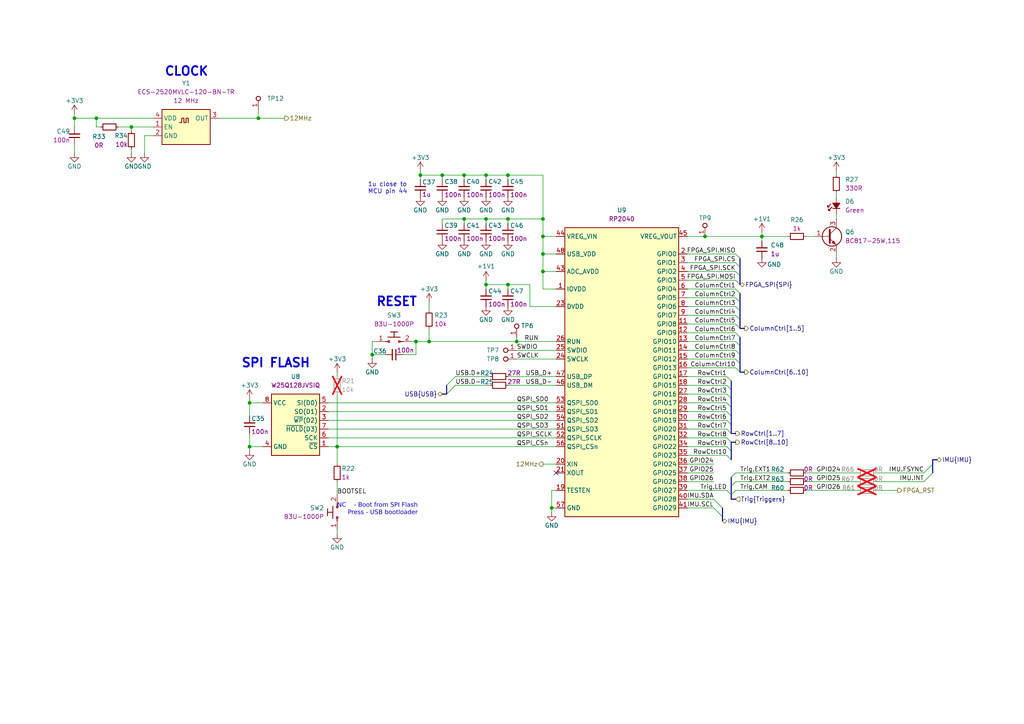
<source format=kicad_sch>
(kicad_sch (version 20231120) (generator "eeschema") (generator_version "8.0")
  (paper "A4")
  (title_block (title "LED Panel Board") (date "2025-01-31") (rev "1.0.0"))
  (bus_alias "LEDCtrl" (members "Row[1..14]" "Column[1..7]"))
  (bus_alias "Triggers" (members "CAM" "LED" "EXT1" "EXT2"))
  (bus_alias "USB" (members "D+" "D-"))
  (junction (at 140.97 50.8))
  (junction (at 147.32 82.55))
  (junction (at 121.92 50.8))
  (junction (at 72.39 129.54))
  (junction (at 157.48 78.74))
  (junction (at 147.32 50.8))
  (junction (at 128.27 50.8))
  (junction (at 147.32 63.5))
  (junction (at 97.79 129.54))
  (junction (at 72.39 116.84))
  (junction (at 204.47 68.58))
  (junction (at 38.1 36.83))
  (junction (at 120.65 99.06))
  (junction (at 157.48 73.66))
  (junction (at 107.95 102.87))
  (junction (at 21.59 34.29))
  (junction (at 74.93 34.29))
  (junction (at 124.46 99.06))
  (junction (at 27.94 34.29))
  (junction (at 157.48 63.5))
  (junction (at 134.62 50.8))
  (junction (at 134.62 63.5))
  (junction (at 160.02 147.32))
  (junction (at 157.48 68.58))
  (junction (at 140.97 82.55))
  (junction (at 149.86 99.06))
  (junction (at 140.97 63.5))
  (junction (at 220.98 68.58))
  (no_connect (at 161.29 137.16))
  (bus_entry (at 212.09 118.11) (size -1.27 -1.27))
  (bus_entry (at 214.63 95.25) (size -1.27 -1.27))
  (bus_entry (at 212.09 133.35) (size -1.27 -1.27))
  (bus_entry (at 129.54 111.76) (size 2.54 -2.54))
  (bus_entry (at 212.09 143.51) (size -1.27 -1.27))
  (bus_entry (at 212.09 140.97) (size 1.27 -1.27))
  (bus_entry (at 212.09 138.43) (size 1.27 -1.27))
  (bus_entry (at 213.36 81.28) (size 1.27 1.27))
  (bus_entry (at 209.55 149.86) (size -2.54 -2.54))
  (bus_entry (at 270.51 134.62) (size -2.54 2.54))
  (bus_entry (at 212.09 120.65) (size -1.27 -1.27))
  (bus_entry (at 214.63 97.79) (size -1.27 -1.27))
  (bus_entry (at 213.36 73.66) (size 1.27 1.27))
  (bus_entry (at 214.63 105.41) (size -1.27 -1.27))
  (bus_entry (at 213.36 78.74) (size 1.27 1.27))
  (bus_entry (at 209.55 147.32) (size -2.54 -2.54))
  (bus_entry (at 213.36 76.2) (size 1.27 1.27))
  (bus_entry (at 129.54 114.3) (size 2.54 -2.54))
  (bus_entry (at 212.09 143.51) (size 1.27 -1.27))
  (bus_entry (at 214.63 107.95) (size -1.27 -1.27))
  (bus_entry (at 214.63 102.87) (size -1.27 -1.27))
  (bus_entry (at 212.09 125.73) (size -1.27 -1.27))
  (bus_entry (at 214.63 85.09) (size -1.27 -1.27))
  (bus_entry (at 214.63 100.33) (size -1.27 -1.27))
  (bus_entry (at 212.09 130.81) (size -1.27 -1.27))
  (bus_entry (at 212.09 123.19) (size -1.27 -1.27))
  (bus_entry (at 212.09 110.49) (size -1.27 -1.27))
  (bus_entry (at 212.09 115.57) (size -1.27 -1.27))
  (bus_entry (at 214.63 90.17) (size -1.27 -1.27))
  (bus_entry (at 214.63 92.71) (size -1.27 -1.27))
  (bus_entry (at 214.63 87.63) (size -1.27 -1.27))
  (bus_entry (at 270.51 137.16) (size -2.54 2.54))
  (bus_entry (at 212.09 128.27) (size -1.27 -1.27))
  (bus_entry (at 212.09 113.03) (size -1.27 -1.27))
  (wire (pts (xy 97.79 139.7) (xy 97.79 143.51)))
  (wire (pts (xy 107.95 102.87) (xy 107.95 99.06)))
  (wire (pts (xy 153.67 88.9) (xy 161.29 88.9)))
  (bus (pts (xy 213.36 125.73) (xy 212.09 125.73)))
  (wire (pts (xy 147.32 109.22) (xy 161.29 109.22)))
  (wire (pts (xy 44.45 34.29) (xy 27.94 34.29)))
  (wire (pts (xy 213.36 139.7) (xy 228.6 139.7)))
  (wire (pts (xy 147.32 63.5) (xy 147.32 64.77)))
  (wire (pts (xy 157.48 63.5) (xy 157.48 68.58)))
  (wire (pts (xy 111.76 102.87) (xy 107.95 102.87)))
  (bus (pts (xy 212.09 128.27) (xy 212.09 130.81)))
  (wire (pts (xy 160.02 142.24) (xy 160.02 147.32)))
  (wire (pts (xy 213.36 76.2) (xy 199.39 76.2)))
  (wire (pts (xy 210.82 124.46) (xy 199.39 124.46)))
  (wire (pts (xy 213.36 142.24) (xy 228.6 142.24)))
  (bus (pts (xy 214.63 90.17) (xy 214.63 92.71)))
  (wire (pts (xy 21.59 33.02) (xy 21.59 34.29)))
  (wire (pts (xy 254 142.24) (xy 260.35 142.24)))
  (wire (pts (xy 128.27 50.8) (xy 128.27 52.07)))
  (wire (pts (xy 128.27 63.5) (xy 134.62 63.5)))
  (wire (pts (xy 72.39 129.54) (xy 72.39 130.81)))
  (bus (pts (xy 214.63 92.71) (xy 214.63 95.25)))
  (bus (pts (xy 213.36 128.27) (xy 212.09 128.27)))
  (wire (pts (xy 199.39 104.14) (xy 213.36 104.14)))
  (bus (pts (xy 212.09 144.78) (xy 212.09 143.51)))
  (bus (pts (xy 214.63 102.87) (xy 214.63 105.41)))
  (wire (pts (xy 38.1 36.83) (xy 38.1 38.1)))
  (wire (pts (xy 140.97 82.55) (xy 147.32 82.55)))
  (wire (pts (xy 119.38 99.06) (xy 120.65 99.06)))
  (wire (pts (xy 97.79 107.95) (xy 97.79 109.22)))
  (wire (pts (xy 210.82 114.3) (xy 199.39 114.3)))
  (wire (pts (xy 134.62 50.8) (xy 140.97 50.8)))
  (wire (pts (xy 153.67 82.55) (xy 153.67 88.9)))
  (wire (pts (xy 161.29 104.14) (xy 149.86 104.14)))
  (wire (pts (xy 27.94 36.83) (xy 29.21 36.83)))
  (wire (pts (xy 242.57 49.53) (xy 242.57 50.8)))
  (wire (pts (xy 210.82 116.84) (xy 199.39 116.84)))
  (wire (pts (xy 199.39 88.9) (xy 213.36 88.9)))
  (wire (pts (xy 210.82 132.08) (xy 199.39 132.08)))
  (wire (pts (xy 140.97 63.5) (xy 140.97 64.77)))
  (wire (pts (xy 134.62 63.5) (xy 140.97 63.5)))
  (wire (pts (xy 199.39 68.58) (xy 204.47 68.58)))
  (wire (pts (xy 95.25 121.92) (xy 161.29 121.92)))
  (wire (pts (xy 95.25 129.54) (xy 97.79 129.54)))
  (wire (pts (xy 27.94 34.29) (xy 21.59 34.29)))
  (wire (pts (xy 207.01 134.62) (xy 199.39 134.62)))
  (wire (pts (xy 107.95 99.06) (xy 109.22 99.06)))
  (wire (pts (xy 134.62 64.77) (xy 134.62 63.5)))
  (wire (pts (xy 157.48 83.82) (xy 157.48 78.74)))
  (wire (pts (xy 147.32 50.8) (xy 147.32 52.07)))
  (wire (pts (xy 161.29 78.74) (xy 157.48 78.74)))
  (wire (pts (xy 132.08 111.76) (xy 142.24 111.76)))
  (wire (pts (xy 140.97 50.8) (xy 140.97 52.07)))
  (wire (pts (xy 74.93 31.75) (xy 74.93 34.29)))
  (wire (pts (xy 140.97 82.55) (xy 140.97 83.82)))
  (wire (pts (xy 199.39 83.82) (xy 213.36 83.82)))
  (wire (pts (xy 233.68 142.24) (xy 248.92 142.24)))
  (wire (pts (xy 207.01 137.16) (xy 199.39 137.16)))
  (wire (pts (xy 210.82 119.38) (xy 199.39 119.38)))
  (bus (pts (xy 212.09 118.11) (xy 212.09 120.65)))
  (wire (pts (xy 157.48 50.8) (xy 157.48 63.5)))
  (bus (pts (xy 270.51 133.35) (xy 270.51 134.62)))
  (wire (pts (xy 199.39 147.32) (xy 207.01 147.32)))
  (wire (pts (xy 199.39 91.44) (xy 213.36 91.44)))
  (wire (pts (xy 116.84 102.87) (xy 120.65 102.87)))
  (wire (pts (xy 72.39 125.73) (xy 72.39 129.54)))
  (wire (pts (xy 140.97 81.28) (xy 140.97 82.55)))
  (bus (pts (xy 271.78 133.35) (xy 270.51 133.35)))
  (wire (pts (xy 161.29 101.6) (xy 149.86 101.6)))
  (wire (pts (xy 213.36 78.74) (xy 199.39 78.74)))
  (wire (pts (xy 147.32 63.5) (xy 157.48 63.5)))
  (bus (pts (xy 212.09 140.97) (xy 212.09 143.51)))
  (wire (pts (xy 38.1 36.83) (xy 34.29 36.83)))
  (wire (pts (xy 72.39 115.57) (xy 72.39 116.84)))
  (wire (pts (xy 242.57 62.23) (xy 242.57 63.5)))
  (wire (pts (xy 21.59 44.45) (xy 21.59 41.91)))
  (wire (pts (xy 63.5 34.29) (xy 74.93 34.29)))
  (wire (pts (xy 72.39 116.84) (xy 72.39 120.65)))
  (wire (pts (xy 149.86 97.79) (xy 149.86 99.06)))
  (wire (pts (xy 120.65 102.87) (xy 120.65 99.06)))
  (bus (pts (xy 212.09 138.43) (xy 212.09 140.97)))
  (wire (pts (xy 140.97 63.5) (xy 147.32 63.5)))
  (wire (pts (xy 220.98 67.31) (xy 220.98 68.58)))
  (bus (pts (xy 209.55 151.13) (xy 209.55 149.86)))
  (wire (pts (xy 242.57 55.88) (xy 242.57 57.15)))
  (wire (pts (xy 210.82 109.22) (xy 199.39 109.22)))
  (wire (pts (xy 147.32 50.8) (xy 157.48 50.8)))
  (wire (pts (xy 199.39 99.06) (xy 213.36 99.06)))
  (wire (pts (xy 199.39 144.78) (xy 207.01 144.78)))
  (bus (pts (xy 214.63 87.63) (xy 214.63 90.17)))
  (wire (pts (xy 38.1 43.18) (xy 38.1 44.45)))
  (wire (pts (xy 248.92 139.7) (xy 233.68 139.7)))
  (wire (pts (xy 124.46 95.25) (xy 124.46 99.06)))
  (bus (pts (xy 214.63 105.41) (xy 214.63 107.95)))
  (wire (pts (xy 161.29 73.66) (xy 157.48 73.66)))
  (wire (pts (xy 140.97 50.8) (xy 147.32 50.8)))
  (bus (pts (xy 212.09 120.65) (xy 212.09 123.19)))
  (wire (pts (xy 160.02 147.32) (xy 160.02 148.59)))
  (bus (pts (xy 128.27 114.3) (xy 129.54 114.3)))
  (wire (pts (xy 95.25 127) (xy 161.29 127)))
  (wire (pts (xy 128.27 50.8) (xy 134.62 50.8)))
  (wire (pts (xy 134.62 50.8) (xy 134.62 52.07)))
  (wire (pts (xy 107.95 102.87) (xy 107.95 104.14)))
  (bus (pts (xy 214.63 80.01) (xy 214.63 77.47)))
  (wire (pts (xy 44.45 39.37) (xy 41.91 39.37)))
  (bus (pts (xy 214.63 85.09) (xy 214.63 87.63)))
  (wire (pts (xy 157.48 78.74) (xy 157.48 73.66)))
  (wire (pts (xy 95.25 119.38) (xy 161.29 119.38)))
  (wire (pts (xy 72.39 129.54) (xy 76.2 129.54)))
  (wire (pts (xy 27.94 34.29) (xy 27.94 36.83)))
  (wire (pts (xy 242.57 74.93) (xy 242.57 73.66)))
  (wire (pts (xy 121.92 49.53) (xy 121.92 50.8)))
  (wire (pts (xy 254 137.16) (xy 267.97 137.16)))
  (wire (pts (xy 97.79 129.54) (xy 161.29 129.54)))
  (wire (pts (xy 121.92 50.8) (xy 128.27 50.8)))
  (wire (pts (xy 95.25 124.46) (xy 161.29 124.46)))
  (bus (pts (xy 212.09 130.81) (xy 212.09 133.35)))
  (bus (pts (xy 214.63 77.47) (xy 214.63 74.93)))
  (bus (pts (xy 214.63 100.33) (xy 214.63 102.87)))
  (bus (pts (xy 212.09 113.03) (xy 212.09 115.57)))
  (wire (pts (xy 161.29 68.58) (xy 157.48 68.58)))
  (wire (pts (xy 149.86 99.06) (xy 161.29 99.06)))
  (wire (pts (xy 210.82 127) (xy 199.39 127)))
  (wire (pts (xy 97.79 114.3) (xy 97.79 129.54)))
  (wire (pts (xy 220.98 68.58) (xy 220.98 69.85)))
  (wire (pts (xy 121.92 52.07) (xy 121.92 50.8)))
  (wire (pts (xy 132.08 109.22) (xy 142.24 109.22)))
  (wire (pts (xy 44.45 36.83) (xy 38.1 36.83)))
  (bus (pts (xy 212.09 110.49) (xy 212.09 113.03)))
  (wire (pts (xy 220.98 68.58) (xy 228.6 68.58)))
  (wire (pts (xy 95.25 116.84) (xy 161.29 116.84)))
  (wire (pts (xy 124.46 99.06) (xy 149.86 99.06)))
  (wire (pts (xy 21.59 34.29) (xy 21.59 36.83)))
  (wire (pts (xy 213.36 137.16) (xy 228.6 137.16)))
  (bus (pts (xy 212.09 115.57) (xy 212.09 118.11)))
  (bus (pts (xy 270.51 134.62) (xy 270.51 137.16)))
  (wire (pts (xy 199.39 93.98) (xy 213.36 93.98)))
  (wire (pts (xy 120.65 99.06) (xy 124.46 99.06)))
  (wire (pts (xy 199.39 142.24) (xy 210.82 142.24)))
  (wire (pts (xy 124.46 87.63) (xy 124.46 90.17)))
  (wire (pts (xy 199.39 86.36) (xy 213.36 86.36)))
  (bus (pts (xy 212.09 123.19) (xy 212.09 125.73)))
  (wire (pts (xy 97.79 129.54) (xy 97.79 134.62)))
  (wire (pts (xy 97.79 154.94) (xy 97.79 153.67)))
  (wire (pts (xy 210.82 111.76) (xy 199.39 111.76)))
  (bus (pts (xy 129.54 114.3) (xy 129.54 111.76)))
  (wire (pts (xy 210.82 129.54) (xy 199.39 129.54)))
  (wire (pts (xy 204.47 68.58) (xy 220.98 68.58)))
  (wire (pts (xy 74.93 34.29) (xy 82.55 34.29)))
  (wire (pts (xy 41.91 39.37) (xy 41.91 44.45)))
  (wire (pts (xy 213.36 81.28) (xy 199.39 81.28)))
  (wire (pts (xy 210.82 121.92) (xy 199.39 121.92)))
  (wire (pts (xy 147.32 111.76) (xy 161.29 111.76)))
  (wire (pts (xy 76.2 116.84) (xy 72.39 116.84)))
  (wire (pts (xy 233.68 68.58) (xy 236.22 68.58)))
  (wire (pts (xy 147.32 82.55) (xy 147.32 83.82)))
  (wire (pts (xy 254 139.7) (xy 267.97 139.7)))
  (bus (pts (xy 215.9 107.95) (xy 214.63 107.95)))
  (wire (pts (xy 213.36 73.66) (xy 199.39 73.66)))
  (wire (pts (xy 199.39 106.68) (xy 213.36 106.68)))
  (wire (pts (xy 128.27 63.5) (xy 128.27 64.77)))
  (wire (pts (xy 147.32 82.55) (xy 153.67 82.55)))
  (bus (pts (xy 214.63 82.55) (xy 214.63 80.01)))
  (wire (pts (xy 199.39 96.52) (xy 213.36 96.52)))
  (wire (pts (xy 199.39 101.6) (xy 213.36 101.6)))
  (bus (pts (xy 209.55 149.86) (xy 209.55 147.32)))
  (bus (pts (xy 214.63 97.79) (xy 214.63 100.33)))
  (wire (pts (xy 161.29 147.32) (xy 160.02 147.32)))
  (wire (pts (xy 161.29 142.24) (xy 160.02 142.24)))
  (wire (pts (xy 248.92 137.16) (xy 233.68 137.16)))
  (wire (pts (xy 157.48 134.62) (xy 161.29 134.62)))
  (wire (pts (xy 157.48 68.58) (xy 157.48 73.66)))
  (bus (pts (xy 215.9 95.25) (xy 214.63 95.25)))
  (bus (pts (xy 213.36 144.78) (xy 212.09 144.78)))
  (wire (pts (xy 161.29 83.82) (xy 157.48 83.82)))
  (wire (pts (xy 207.01 139.7) (xy 199.39 139.7)))
  (text "NC    - Boot from SPI Flash\nPress - USB bootloader" (at 121.158 148.082 0) (effects (font (size 1.27 1.27)) (justify right)))
  (text "RESET" (at 115.062 87.63 0) (effects (font (size 2.54 2.54) (thickness 0.508) (bold yes))))
  (text "CLOCK" (at 54.102 20.828 0) (effects (font (size 2.54 2.54) (thickness 0.508) (bold yes))))
  (text "1u close to \nMCU pin 44" (at 106.68 54.61 0) (effects (font (size 1.27 1.27)) (justify left)))
  (text "SPI FLASH" (at 80.01 105.41 0) (effects (font (size 2.54 2.54) (thickness 0.508) (bold yes))))
  (label "QSPI_SD0" (at 149.86 116.84 0))
  (label "RowCtrl9" (at 210.82 129.54 180))
  (label "QSPI_SD3" (at 149.86 124.46 0))
  (label "RowCtrl2" (at 210.82 111.76 180))
  (label "FPGA_SPI.SCK" (at 213.36 78.74 180))
  (label "Trig.EXT1" (at 214.63 137.16 0))
  (label "ColumnCtrl9" (at 213.36 104.14 180))
  (label "GPIO24" (at 207.01 134.62 180))
  (label "RowCtrl5" (at 210.82 119.38 180))
  (label "BOOTSEL" (at 97.79 143.51 0))
  (label "GPIO25" (at 243.84 139.7 180))
  (label "RowCtrl3" (at 210.82 114.3 180))
  (label "RowCtrl1" (at 210.82 109.22 180))
  (label "ColumnCtrl8" (at 213.36 101.6 180))
  (label "IMU.SCL" (at 207.01 147.32 180))
  (label "RowCtrl7" (at 210.82 124.46 180))
  (label "FPGA_SPI.CS" (at 213.36 76.2 180))
  (label "IMU.INT" (at 267.97 139.7 180))
  (label "SWDIO" (at 149.86 101.6 0))
  (label "GPIO26" (at 207.01 139.7 180))
  (label "USB_D-" (at 152.4 111.76 0))
  (label "RUN" (at 156.21 99.06 180))
  (label "ColumnCtrl5" (at 213.36 93.98 180))
  (label "QSPI_CSn" (at 149.86 129.54 0))
  (label "ColumnCtrl10" (at 213.36 106.68 180))
  (label "FPGA_SPI.MISO" (at 213.36 73.66 180))
  (label "IMU.SDA" (at 207.01 144.78 180))
  (label "QSPI_SCLK" (at 149.86 127 0))
  (label "SWCLK" (at 149.86 104.14 0))
  (label "QSPI_SD1" (at 149.86 119.38 0))
  (label "GPIO26" (at 243.84 142.24 180))
  (label "USB.D+" (at 132.08 109.22 0))
  (label "Trig.LED" (at 210.82 142.24 180))
  (label "GPIO25" (at 207.01 137.16 180))
  (label "ColumnCtrl4" (at 213.36 91.44 180))
  (label "RowCtrl4" (at 210.82 116.84 180))
  (label "Trig.EXT2" (at 214.63 139.7 0))
  (label "ColumnCtrl6" (at 213.36 96.52 180))
  (label "QSPI_SD2" (at 149.86 121.92 0))
  (label "IMU.FSYNC" (at 267.97 137.16 180))
  (label "USB.D-" (at 132.08 111.76 0))
  (label "ColumnCtrl7" (at 213.36 99.06 180))
  (label "ColumnCtrl3" (at 213.36 88.9 180))
  (label "Trig.CAM" (at 214.63 142.24 0))
  (label "GPIO24" (at 243.84 137.16 180))
  (label "ColumnCtrl1" (at 213.36 83.82 180))
  (label "RowCtrl6" (at 210.82 121.92 180))
  (label "FPGA_SPI.MOSI" (at 213.36 81.28 180))
  (label "RowCtrl10" (at 210.82 132.08 180))
  (label "RowCtrl8" (at 210.82 127 180))
  (label "ColumnCtrl2" (at 213.36 86.36 180))
  (label "USB_D+" (at 152.4 109.22 0))
  (hierarchical_label "RowCtrl[8..10]" (shape output) (at 213.36 128.27 0))
  (hierarchical_label "IMU{IMU}" (shape bidirectional) (at 209.55 151.13 0))
  (hierarchical_label "Trig{Triggers}" (shape input) (at 213.36 144.78 0))
  (hierarchical_label "FPGA_SPI{SPI}" (shape bidirectional) (at 214.63 82.55 0))
  (hierarchical_label "ColumnCtrl[6..10]" (shape output) (at 215.9 107.95 0))
  (hierarchical_label "12MHz" (shape output) (at 82.55 34.29 0))
  (hierarchical_label "FPGA_RST" (shape output) (at 260.35 142.24 0))
  (hierarchical_label "IMU{IMU}" (shape bidirectional) (at 271.78 133.35 0))
  (hierarchical_label "12MHz" (shape output) (at 157.48 134.62 180))
  (hierarchical_label "USB{USB}" (shape bidirectional) (at 128.27 114.3 180))
  (hierarchical_label "RowCtrl[1..7]" (shape output) (at 213.36 125.73 0))
  (hierarchical_label "ColumnCtrl[1..5]" (shape output) (at 215.9 95.25 0))
  (symbol (lib_id "antmicroResistors0402:R_10k_0402") (at 38.1 43.18 270) (mirror x) (unit 1)
    (property "Reference" "R34" (at 37.084 39.37 90) (effects (justify right)))
    (property "Value" "R_10k_0402" (effects (hide yes)))
    (property "Footprint" "antmicro-footprints:R_0402_1005Metric" (effects (hide yes)))
    (property "Datasheet" "https://www.bourns.com/docs/product-datasheets/cr.pdf" (effects (hide yes)))
    (property "Description" "SMD Chip Resistor, 10 kohm, ± 1%, 62.5 mW, 0402 [1005 Metric], Thick Film, General Purpose" (effects (hide yes)))
    (property "MPN" "CR0402-FX-1002GLF" (effects (hide yes)))
    (property "Manufacturer" "Bourns" (effects (hide yes)))
    (property "License" "Apache-2.0" (effects (hide yes)))
    (property "Author" "Antmicro" (effects (hide yes)))
    (property "Val" "10k" (at 37.084 41.91 90) (effects (justify right)))
    (property "Tolerance" "1%" (effects (hide yes)))
  )
  (symbol (lib_id "antmicroResistors0402:R_0R_0402") (at 233.68 142.24 180) (unit 1)
    (property "Reference" "R60" (at 225.552 141.478 0))
    (property "Value" "R_0R_0402" (effects (hide yes)))
    (property "Footprint" "antmicro-footprints:R_0402_1005Metric" (effects (hide yes)))
    (property "Datasheet" "https://industrial.panasonic.com/cdbs/www-data/pdf/RDA0000/AOA0000C301.pdf" (effects (hide yes)))
    (property "Description" "SMD Chip Resistor, Jumper, 0 ohm, 100 mW, 0402 [1005 Metric], Thick Film, General Purpose" (effects (hide yes)))
    (property "MPN" "ERJ2GE0R00X" (effects (hide yes)))
    (property "Manufacturer" "Panasonic" (effects (hide yes)))
    (property "License" "Apache-2.0" (effects (hide yes)))
    (property "Author" "Antmicro" (effects (hide yes)))
    (property "Val" "0R" (at 234.442 141.478 0))
    (property "Current" "1A" (effects (hide yes)))
  )
  (symbol (lib_id "antmicropower:GND") (at 128.27 57.15 0) (unit 1)
    (property "Reference" "#PWR086" (effects (hide yes)))
    (property "Value" "GND" (at 128.27 60.96 0))
    (property "Author" "Antmicro" (effects (hide yes)))
    (property "License" "Apache-2.0" (effects (hide yes)))
  )
  (symbol (lib_id "antmicropower:+3V3") (at 21.59 33.02 0) (unit 1)
    (property "Reference" "#PWR0110" (effects (hide yes)))
    (property "Value" "+3V3" (at 21.59 29.21 0))
    (property "Author" "Antmicro" (effects (hide yes)))
    (property "License" "Apache-2.0" (effects (hide yes)))
  )
  (symbol (lib_id "antmicropower:+3V3") (at 121.92 49.53 0) (unit 1)
    (property "Reference" "#PWR084" (effects (hide yes)))
    (property "Value" "+3V3" (at 121.92 45.72 0))
    (property "Author" "Antmicro" (effects (hide yes)))
    (property "License" "Apache-2.0" (effects (hide yes)))
  )
  (symbol (lib_id "antmicropower:+1V2") (at 220.98 67.31 0) (unit 1)
    (property "Reference" "#PWR098" (effects (hide yes)))
    (property "Value" "+1V1" (at 220.98 63.5 0))
  )
  (symbol (lib_id "antmicroTestPoints:TP_0.75mm_SMD") (at 204.47 68.58 90) (unit 1) (in_bom no)
    (property "Reference" "TP9" (at 202.692 63.246 90) (effects (justify right)))
    (property "Value" "TP_0.75mm_SMD" (effects (hide yes)))
    (property "Footprint" "antmicro-footprints:TP_SMD_0.75mm" (effects (hide yes)))
    (property "Description" "SMT test point" (effects (hide yes)))
    (property "Author" "Antmicro" (effects (hide yes)))
    (property "License" "Apache-2.0" (effects (hide yes)))
  )
  (symbol (lib_id "antmicroResistors0402:R_27R_0402") (at 142.24 111.76 0) (unit 1)
    (property "Reference" "R25" (at 141.224 110.744 0))
    (property "Value" "R_27R_0402" (effects (hide yes)))
    (property "Footprint" "antmicro-footprints:R_0402_1005Metric" (effects (hide yes)))
    (property "Datasheet" "https://www.bourns.com/docs/product-datasheets/cr.pdf" (effects (hide yes)))
    (property "Description" "SMD Chip Resistor, 27 ohm, ± 1%, 63 mW, 0402 [1005 Metric], Thick Film, General Purpose" (effects (hide yes)))
    (property "MPN" "CR0402-FX-27R0GLF" (effects (hide yes)))
    (property "Manufacturer" "Bourns" (effects (hide yes)))
    (property "License" "Apache-2.0" (effects (hide yes)))
    (property "Author" "Antmicro" (effects (hide yes)))
    (property "Val" "27R" (at 149.098 110.744 0))
    (property "Tolerance" "1%" (effects (hide yes)))
  )
  (symbol (lib_id "antmicroResistors0402:R_1k_0402") (at 233.68 68.58 180) (unit 1)
    (property "Reference" "R26" (at 231.14 63.754 0))
    (property "Value" "R_1k_0402" (effects (hide yes)))
    (property "Footprint" "antmicro-footprints:R_0402_1005Metric" (effects (hide yes)))
    (property "Datasheet" "https://www.bourns.com/docs/product-datasheets/cr.pdf" (effects (hide yes)))
    (property "Description" "SMD Chip Resistor, 1 kohm, ± 1%, 63 mW, 0402 [1005 Metric], Thick Film, General Purpose" (effects (hide yes)))
    (property "MPN" "CR0402-FX-1001GLF" (effects (hide yes)))
    (property "Manufacturer" "Bourns" (effects (hide yes)))
    (property "License" "Apache-2.0" (effects (hide yes)))
    (property "Author" "Antmicro" (effects (hide yes)))
    (property "Val" "1k" (at 231.14 66.294 0))
    (property "Tolerance" "1%" (effects (hide yes)))
  )
  (symbol (lib_id "antmicroResistors0402:R_0R_0402") (at 254 137.16 0) (mirror y) (unit 1) (dnp yes)
    (property "Reference" "R66" (at 245.872 136.144 0))
    (property "Value" "R_0R_0402" (effects (hide yes)))
    (property "Footprint" "antmicro-footprints:R_0402_1005Metric" (effects (hide yes)))
    (property "Datasheet" "https://industrial.panasonic.com/cdbs/www-data/pdf/RDA0000/AOA0000C301.pdf" (effects (hide yes)))
    (property "Description" "SMD Chip Resistor, Jumper, 0 ohm, 100 mW, 0402 [1005 Metric], Thick Film, General Purpose" (effects (hide yes)))
    (property "MPN" "ERJ2GE0R00X" (effects (hide yes)))
    (property "Manufacturer" "Panasonic" (effects (hide yes)))
    (property "License" "Apache-2.0" (effects (hide yes)))
    (property "Author" "Antmicro" (effects (hide yes)))
    (property "Val" "0R" (at 254.762 136.144 0))
    (property "Current" "1A" (effects (hide yes)))
  )
  (symbol (lib_id "antmicropower:+3V3") (at 242.57 49.53 0) (unit 1)
    (property "Reference" "#PWR0100" (effects (hide yes)))
    (property "Value" "+3V3" (at 242.57 45.72 0))
    (property "Author" "Antmicro" (effects (hide yes)))
    (property "License" "Apache-2.0" (effects (hide yes)))
  )
  (symbol (lib_id "antmicroLEDIndicationDiscrete:LED_G_0603_KP-1608CGCK") (at 242.57 62.23 90) (unit 1)
    (property "Reference" "D6" (at 245.11 58.42 90) (effects (justify right)))
    (property "Value" "LED_G_0603_KP-1608CGCK" (effects (hide yes)))
    (property "Footprint" "antmicro-footprints:LED_0603_1608Metric_G" (effects (hide yes)))
    (property "Datasheet" "http://www.kingbright.com/attachments/file/psearch//000/00/00/KP-1608CGCK(Ver.23B).pdf" (effects (hide yes)))
    (property "Description" "LED, Green, SMD, 0603, 20 mA, 2.1 V, 570 nm" (effects (hide yes)))
    (property "MPN" "KP-1608CGCK" (effects (hide yes)))
    (property "Manufacturer" "Kingbright" (effects (hide yes)))
    (property "Color" "Green" (at 245.11 60.9599 90) (effects (justify right)))
    (property "Author" "Antmicro" (effects (hide yes)))
    (property "License" "Apache-2.0" (effects (hide yes)))
  )
  (symbol (lib_id "antmicropower:GND") (at 134.62 57.15 0) (unit 1)
    (property "Reference" "#PWR088" (effects (hide yes)))
    (property "Value" "GND" (at 134.62 60.96 0))
    (property "Author" "Antmicro" (effects (hide yes)))
    (property "License" "Apache-2.0" (effects (hide yes)))
  )
  (symbol (lib_id "antmicroResistors0402:R_0R_0402") (at 254 139.7 180) (unit 1) (dnp yes)
    (property "Reference" "R67" (at 245.872 138.938 0))
    (property "Value" "R_0R_0402" (effects (hide yes)))
    (property "Footprint" "antmicro-footprints:R_0402_1005Metric" (effects (hide yes)))
    (property "Datasheet" "https://industrial.panasonic.com/cdbs/www-data/pdf/RDA0000/AOA0000C301.pdf" (effects (hide yes)))
    (property "Description" "SMD Chip Resistor, Jumper, 0 ohm, 100 mW, 0402 [1005 Metric], Thick Film, General Purpose" (effects (hide yes)))
    (property "MPN" "ERJ2GE0R00X" (effects (hide yes)))
    (property "Manufacturer" "Panasonic" (effects (hide yes)))
    (property "License" "Apache-2.0" (effects (hide yes)))
    (property "Author" "Antmicro" (effects (hide yes)))
    (property "Val" "0R" (at 254.762 138.938 0))
    (property "Current" "1A" (effects (hide yes)))
  )
  (symbol (lib_id "antmicroCapacitors0402:C_100n_0402") (at 140.97 57.15 90) (unit 1)
    (property "Reference" "C42" (at 141.605 52.705 90) (effects (justify right)))
    (property "Value" "C_100n_0402" (effects (hide yes)))
    (property "Footprint" "antmicro-footprints:C_0402_1005Metric" (effects (hide yes)))
    (property "Datasheet" "https://www.murata.com/products/productdetail?partno=GRM155R61H104KE14%23" (effects (hide yes)))
    (property "Description" "SMD Multilayer Ceramic Capacitor, 0.1 µF, 50 V, 0402 [1005 Metric], ± 10%, X5R, GRM Series" (effects (hide yes)))
    (property "MPN" "GRM155R61H104KE14D" (effects (hide yes)))
    (property "Val" "100n" (at 141.605 56.515 90) (effects (justify right)))
    (property "Voltage" "50V" (effects (hide yes)))
    (property "Dielectric" "X5R" (effects (hide yes)))
    (property "Manufacturer" "Murata" (effects (hide yes)))
    (property "License" "Apache-2.0" (effects (hide yes)))
    (property "Author" "Antmicro" (effects (hide yes)))
  )
  (symbol (lib_id "antmicroCapacitors0402:C_100n_0402") (at 72.39 125.73 90) (unit 1)
    (property "Reference" "C35" (at 72.898 121.412 90) (effects (justify right)))
    (property "Value" "C_100n_0402" (effects (hide yes)))
    (property "Footprint" "antmicro-footprints:C_0402_1005Metric" (effects (hide yes)))
    (property "Datasheet" "https://www.murata.com/products/productdetail?partno=GRM155R61H104KE14%23" (effects (hide yes)))
    (property "Description" "SMD Multilayer Ceramic Capacitor, 0.1 µF, 50 V, 0402 [1005 Metric], ± 10%, X5R, GRM Series" (effects (hide yes)))
    (property "MPN" "GRM155R61H104KE14D" (effects (hide yes)))
    (property "Manufacturer" "Murata" (effects (hide yes)))
    (property "License" "Apache-2.0" (effects (hide yes)))
    (property "Author" "Antmicro" (effects (hide yes)))
    (property "Val" "100n" (at 72.898 125.222 90) (effects (justify right)))
    (property "Voltage" "50V" (effects (hide yes)))
    (property "Dielectric" "X5R" (effects (hide yes)))
  )
  (symbol (lib_id "antmicropower:GND") (at 147.32 88.9 0) (unit 1)
    (property "Reference" "#PWR096" (effects (hide yes)))
    (property "Value" "GND" (at 147.32 92.71 0))
    (property "Author" "Antmicro" (effects (hide yes)))
    (property "License" "Apache-2.0" (effects (hide yes)))
  )
  (symbol (lib_id "antmicroTransistorsBipolarSingle:BC817-25W") (at 236.22 68.58 0) (unit 1)
    (property "Reference" "Q6" (at 245.11 67.31 0) (effects (justify left)))
    (property "Value" "BC817-25W" (effects (hide yes)))
    (property "Footprint" "antmicro-footprints:SOT-323" (effects (hide yes)))
    (property "Datasheet" "https://assets.nexperia.com/documents/data-sheet/BC817W_SER.pdf" (effects (hide yes)))
    (property "Description" "Bipolar (BJT) Single Transistor, NPN, 45 V, 500 mA, 200 mW, SOT-323, Surface Mount" (effects (hide yes)))
    (property "MPN" "BC817-25W,115" (at 245.11 69.85 0) (effects (justify left)))
    (property "Manufacturer" "Nexperia" (effects (hide yes)))
    (property "Author" "Antmicro" (effects (hide yes)))
    (property "License" "Apache-2.0" (effects (hide yes)))
  )
  (symbol (lib_id "antmicroResistors0402:R_1k_0402") (at 97.79 139.7 90) (unit 1)
    (property "Reference" "R22" (at 99.06 135.89 90) (effects (justify right)))
    (property "Value" "R_1k_0402" (effects (hide yes)))
    (property "Footprint" "antmicro-footprints:R_0402_1005Metric" (effects (hide yes)))
    (property "Datasheet" "https://www.bourns.com/docs/product-datasheets/cr.pdf" (effects (hide yes)))
    (property "Description" "SMD Chip Resistor, 1 kohm, ± 1%, 63 mW, 0402 [1005 Metric], Thick Film, General Purpose" (effects (hide yes)))
    (property "MPN" "CR0402-FX-1001GLF" (effects (hide yes)))
    (property "Manufacturer" "Bourns" (effects (hide yes)))
    (property "License" "Apache-2.0" (effects (hide yes)))
    (property "Author" "Antmicro" (effects (hide yes)))
    (property "Val" "1k" (at 99.06 138.43 90) (effects (justify right)))
    (property "Tolerance" "1%" (effects (hide yes)))
  )
  (symbol (lib_id "antmicroCapacitors0402:C_100n_0402") (at 21.59 41.91 270) (mirror x) (unit 1)
    (property "Reference" "C49" (at 20.32 38.1 90) (effects (justify right)))
    (property "Value" "C_100n_0402" (effects (hide yes)))
    (property "Footprint" "antmicro-footprints:C_0402_1005Metric" (effects (hide yes)))
    (property "Datasheet" "https://www.murata.com/products/productdetail?partno=GRM155R61H104KE14%23" (effects (hide yes)))
    (property "Description" "SMD Multilayer Ceramic Capacitor, 0.1 µF, 50 V, 0402 [1005 Metric], ± 10%, X5R, GRM Series" (effects (hide yes)))
    (property "MPN" "GRM155R61H104KE14D" (effects (hide yes)))
    (property "Manufacturer" "Murata" (effects (hide yes)))
    (property "License" "Apache-2.0" (effects (hide yes)))
    (property "Author" "Antmicro" (effects (hide yes)))
    (property "Val" "100n" (at 20.32 40.64 90) (effects (justify right)))
    (property "Voltage" "50V" (effects (hide yes)))
    (property "Dielectric" "X5R" (effects (hide yes)))
  )
  (symbol (lib_id "antmicropower:GND") (at 128.27 69.85 0) (unit 1)
    (property "Reference" "#PWR087" (effects (hide yes)))
    (property "Value" "GND" (at 128.27 73.66 0))
    (property "Author" "Antmicro" (effects (hide yes)))
    (property "License" "Apache-2.0" (effects (hide yes)))
  )
  (symbol (lib_id "antmicropower:+1V2") (at 140.97 81.28 0) (mirror y) (unit 1)
    (property "Reference" "#PWR092" (effects (hide yes)))
    (property "Value" "+1V1" (at 140.97 77.216 0))
  )
  (symbol (lib_id "antmicroCapacitors0402:C_100n_0402") (at 116.84 102.87 180) (unit 1)
    (property "Reference" "C36" (at 110.236 101.854 0))
    (property "Value" "C_100n_0402" (effects (hide yes)))
    (property "Footprint" "antmicro-footprints:C_0402_1005Metric" (effects (hide yes)))
    (property "Datasheet" "https://www.murata.com/products/productdetail?partno=GRM155R61H104KE14%23" (effects (hide yes)))
    (property "Description" "SMD Multilayer Ceramic Capacitor, 0.1 µF, 50 V, 0402 [1005 Metric], ± 10%, X5R, GRM Series" (effects (hide yes)))
    (property "MPN" "GRM155R61H104KE14D" (effects (hide yes)))
    (property "Val" "100n" (at 117.602 101.6 0))
    (property "Voltage" "50V" (effects (hide yes)))
    (property "Dielectric" "X5R" (effects (hide yes)))
    (property "Manufacturer" "Murata" (effects (hide yes)))
    (property "License" "Apache-2.0" (effects (hide yes)))
    (property "Author" "Antmicro" (effects (hide yes)))
  )
  (symbol (lib_id "antmicropower:GND") (at 140.97 88.9 0) (unit 1)
    (property "Reference" "#PWR093" (effects (hide yes)))
    (property "Value" "GND" (at 140.97 92.71 0))
    (property "Author" "Antmicro" (effects (hide yes)))
    (property "License" "Apache-2.0" (effects (hide yes)))
  )
  (symbol (lib_id "antmicroCapacitors0402:C_100n_0402") (at 134.62 69.85 90) (unit 1)
    (property "Reference" "C41" (at 135.255 65.405 90) (effects (justify right)))
    (property "Value" "C_100n_0402" (effects (hide yes)))
    (property "Footprint" "antmicro-footprints:C_0402_1005Metric" (effects (hide yes)))
    (property "Datasheet" "https://www.murata.com/products/productdetail?partno=GRM155R61H104KE14%23" (effects (hide yes)))
    (property "Description" "SMD Multilayer Ceramic Capacitor, 0.1 µF, 50 V, 0402 [1005 Metric], ± 10%, X5R, GRM Series" (effects (hide yes)))
    (property "MPN" "GRM155R61H104KE14D" (effects (hide yes)))
    (property "Val" "100n" (at 135.255 69.215 90) (effects (justify right)))
    (property "Voltage" "50V" (effects (hide yes)))
    (property "Dielectric" "X5R" (effects (hide yes)))
    (property "Manufacturer" "Murata" (effects (hide yes)))
    (property "License" "Apache-2.0" (effects (hide yes)))
    (property "Author" "Antmicro" (effects (hide yes)))
  )
  (symbol (lib_id "antmicropower:GND") (at 147.32 69.85 0) (unit 1)
    (property "Reference" "#PWR095" (effects (hide yes)))
    (property "Value" "GND" (at 147.32 73.66 0))
    (property "Author" "Antmicro" (effects (hide yes)))
    (property "License" "Apache-2.0" (effects (hide yes)))
  )
  (symbol (lib_id "antmicropower:GND") (at 242.57 74.93 0) (unit 1)
    (property "Reference" "#PWR0101" (effects (hide yes)))
    (property "Value" "GND" (at 242.57 78.74 0))
    (property "Author" "Antmicro" (effects (hide yes)))
    (property "License" "Apache-2.0" (effects (hide yes)))
  )
  (symbol (lib_id "antmicropower:GND") (at 147.32 57.15 0) (unit 1)
    (property "Reference" "#PWR094" (effects (hide yes)))
    (property "Value" "GND" (at 147.32 60.96 0))
    (property "Author" "Antmicro" (effects (hide yes)))
    (property "License" "Apache-2.0" (effects (hide yes)))
  )
  (symbol (lib_id "antmicroMemory:W25Q128JVSIQ_SOIC-8") (at 95.25 116.84 0) (mirror y) (unit 1)
    (property "Reference" "U8" (at 85.725 109.22 0))
    (property "Value" "W25Q128JVSIQ_SOIC-8" (effects (hide yes)))
    (property "Footprint" "antmicro-footprints:SOIC-8_5.3x5.3x2mm_P1.27mm" (effects (hide yes)))
    (property "Datasheet" "https://www.winbond.com/resource-files/w25q128jv%20revf%2003272018%20plus.pdf" (effects (hide yes)))
    (property "Description" "FLASH - NOR Memory IC 128Mbit SPI - Quad I/O, QPI 104 MHz 8-SOIC" (effects (hide yes)))
    (property "Manufacturer" "Winbond" (effects (hide yes)))
    (property "MPN" "W25Q128JVSIQ" (at 85.725 111.76 0))
    (property "Author" "Antmicro" (effects (hide yes)))
    (property "License" "Apache-2.0" (effects (hide yes)))
  )
  (symbol (lib_id "antmicroCapacitors0402:C_100n_0402") (at 147.32 57.15 90) (unit 1)
    (property "Reference" "C45" (at 147.955 52.705 90) (effects (justify right)))
    (property "Value" "C_100n_0402" (effects (hide yes)))
    (property "Footprint" "antmicro-footprints:C_0402_1005Metric" (effects (hide yes)))
    (property "Datasheet" "https://www.murata.com/products/productdetail?partno=GRM155R61H104KE14%23" (effects (hide yes)))
    (property "Description" "SMD Multilayer Ceramic Capacitor, 0.1 µF, 50 V, 0402 [1005 Metric], ± 10%, X5R, GRM Series" (effects (hide yes)))
    (property "MPN" "GRM155R61H104KE14D" (effects (hide yes)))
    (property "Val" "100n" (at 147.955 56.515 90) (effects (justify right)))
    (property "Voltage" "50V" (effects (hide yes)))
    (property "Dielectric" "X5R" (effects (hide yes)))
    (property "Manufacturer" "Murata" (effects (hide yes)))
    (property "License" "Apache-2.0" (effects (hide yes)))
    (property "Author" "Antmicro" (effects (hide yes)))
  )
  (symbol (lib_id "antmicroResistors0402:R_10k_0402") (at 124.46 90.17 270) (unit 1)
    (property "Reference" "R23" (at 125.984 91.44 90) (effects (justify left)))
    (property "Value" "R_10k_0402" (effects (hide yes)))
    (property "Footprint" "antmicro-footprints:R_0402_1005Metric" (effects (hide yes)))
    (property "Datasheet" "https://www.bourns.com/docs/product-datasheets/cr.pdf" (effects (hide yes)))
    (property "Description" "SMD Chip Resistor, 10 kohm, ± 1%, 62.5 mW, 0402 [1005 Metric], Thick Film, General Purpose" (effects (hide yes)))
    (property "MPN" "CR0402-FX-1002GLF" (effects (hide yes)))
    (property "Manufacturer" "Bourns" (effects (hide yes)))
    (property "License" "Apache-2.0" (effects (hide yes)))
    (property "Author" "Antmicro" (effects (hide yes)))
    (property "Val" "10k" (at 125.984 93.98 90) (effects (justify left)))
    (property "Tolerance" "1%" (effects (hide yes)))
  )
  (symbol (lib_id "antmicroResistors0402:R_0R_0402") (at 254 142.24 180) (unit 1) (dnp yes)
    (property "Reference" "R61" (at 246.126 141.478 0))
    (property "Value" "R_0R_0402" (effects (hide yes)))
    (property "Footprint" "antmicro-footprints:R_0402_1005Metric" (effects (hide yes)))
    (property "Datasheet" "https://industrial.panasonic.com/cdbs/www-data/pdf/RDA0000/AOA0000C301.pdf" (effects (hide yes)))
    (property "Description" "SMD Chip Resistor, Jumper, 0 ohm, 100 mW, 0402 [1005 Metric], Thick Film, General Purpose" (effects (hide yes)))
    (property "MPN" "ERJ2GE0R00X" (effects (hide yes)))
    (property "Manufacturer" "Panasonic" (effects (hide yes)))
    (property "License" "Apache-2.0" (effects (hide yes)))
    (property "Author" "Antmicro" (effects (hide yes)))
    (property "Val" "0R" (at 254.762 141.478 0))
    (property "Current" "1A" (effects (hide yes)))
  )
  (symbol (lib_id "antmicroResistors0402:R_10k_0402") (at 97.79 109.22 270) (unit 1) (in_bom no) (dnp yes)
    (property "Reference" "R21" (at 99.06 110.49 90) (effects (justify left)))
    (property "Value" "R_10k_0402" (effects (hide yes)))
    (property "Footprint" "antmicro-footprints:R_0402_1005Metric" (effects (hide yes)))
    (property "Datasheet" "https://www.bourns.com/docs/product-datasheets/cr.pdf" (effects (hide yes)))
    (property "Description" "SMD Chip Resistor, 10 kohm, ± 1%, 62.5 mW, 0402 [1005 Metric], Thick Film, General Purpose" (effects (hide yes)))
    (property "MPN" "CR0402-FX-1002GLF" (effects (hide yes)))
    (property "Manufacturer" "Bourns" (effects (hide yes)))
    (property "License" "Apache-2.0" (effects (hide yes)))
    (property "Author" "Antmicro" (effects (hide yes)))
    (property "Val" "10k" (at 99.06 113.03 90) (effects (justify left)))
    (property "Tolerance" "1%" (effects (hide yes)))
  )
  (symbol (lib_id "antmicroCapacitors0402:C_100n_0402") (at 128.27 57.15 90) (unit 1)
    (property "Reference" "C38" (at 128.905 52.705 90) (effects (justify right)))
    (property "Value" "C_100n_0402" (effects (hide yes)))
    (property "Footprint" "antmicro-footprints:C_0402_1005Metric" (effects (hide yes)))
    (property "Datasheet" "https://www.murata.com/products/productdetail?partno=GRM155R61H104KE14%23" (effects (hide yes)))
    (property "Description" "SMD Multilayer Ceramic Capacitor, 0.1 µF, 50 V, 0402 [1005 Metric], ± 10%, X5R, GRM Series" (effects (hide yes)))
    (property "MPN" "GRM155R61H104KE14D" (effects (hide yes)))
    (property "Val" "100n" (at 128.905 56.515 90) (effects (justify right)))
    (property "Voltage" "50V" (effects (hide yes)))
    (property "Dielectric" "X5R" (effects (hide yes)))
    (property "Manufacturer" "Murata" (effects (hide yes)))
    (property "License" "Apache-2.0" (effects (hide yes)))
    (property "Author" "Antmicro" (effects (hide yes)))
  )
  (symbol (lib_id "antmicropower:GND") (at 160.02 148.59 0) (unit 1)
    (property "Reference" "#PWR097" (effects (hide yes)))
    (property "Value" "GND" (at 160.02 152.4 0))
    (property "Author" "Antmicro" (effects (hide yes)))
    (property "License" "Apache-2.0" (effects (hide yes)))
  )
  (symbol (lib_id "antmicroPushbuttonSwitches:SW_B3U-1000P_SMD") (at 109.22 99.06 0) (unit 1)
    (property "Reference" "SW3" (at 114.3 91.44 0))
    (property "Value" "SW_B3U-1000P_SMD" (effects (hide yes)))
    (property "Footprint" "antmicro-footprints:SW_B3U-1000P_SMD" (effects (hide yes)))
    (property "Datasheet" "https://omronfs.omron.com/en_US/ecb/products/pdf/en-b3u.pdf" (effects (hide yes)))
    (property "Description" "Tactile Switch, B3U, Top Actuated, Surface Mount, Round Button, 153 gf, 50mA at 12VDC" (effects (hide yes)))
    (property "MPN" "B3U-1000P" (at 114.3 93.98 0))
    (property "Manufacturer" "Omron" (effects (hide yes)))
    (property "Author" "Antmicro" (effects (hide yes)))
    (property "License" "Apache-2.0" (effects (hide yes)))
  )
  (symbol (lib_id "antmicropower:GND") (at 21.59 44.45 0) (mirror y) (unit 1)
    (property "Reference" "#PWR0112" (effects (hide yes)))
    (property "Value" "GND" (at 21.59 48.26 0))
    (property "Author" "Antmicro" (effects (hide yes)))
    (property "License" "Apache-2.0" (effects (hide yes)))
  )
  (symbol (lib_id "antmicropower:GND") (at 97.79 154.94 0) (unit 1)
    (property "Reference" "#PWR082" (effects (hide yes)))
    (property "Value" "GND" (at 97.79 158.75 0))
    (property "Author" "Antmicro" (effects (hide yes)))
    (property "License" "Apache-2.0" (effects (hide yes)))
  )
  (symbol (lib_id "antmicropower:GND") (at 220.98 74.93 0) (unit 1)
    (property "Reference" "#PWR099" (effects (hide yes)))
    (property "Value" "GND" (at 224.536 76.708 0))
    (property "Author" "Antmicro" (effects (hide yes)))
    (property "License" "Apache-2.0" (effects (hide yes)))
  )
  (symbol (lib_id "antmicropower:GND") (at 121.92 57.15 0) (unit 1)
    (property "Reference" "#PWR085" (effects (hide yes)))
    (property "Value" "GND" (at 121.92 60.96 0))
    (property "Author" "Antmicro" (effects (hide yes)))
    (property "License" "Apache-2.0" (effects (hide yes)))
  )
  (symbol (lib_id "antmicroCapacitors0402:C_1u_16V_0402") (at 121.92 57.15 90) (unit 1)
    (property "Reference" "C37" (at 122.428 52.832 90) (effects (justify right)))
    (property "Value" "C_1u_16V_0402" (effects (hide yes)))
    (property "Footprint" "antmicro-footprints:C_0402_1005Metric" (effects (hide yes)))
    (property "Datasheet" "https://www.kemet.com/en/us/capacitors/product/C0402C105M4PACTU.html" (effects (hide yes)))
    (property "Description" "SMD Multilayer Ceramic Capacitor, 1 µF, 16 V, 0402 [1005 Metric], ± 20%, X5R, C Series KEMET" (effects (hide yes)))
    (property "MPN" "C0402C105M4PACTU" (effects (hide yes)))
    (property "Manufacturer" "KEMET" (effects (hide yes)))
    (property "License" "Apache-2.0" (effects (hide yes)))
    (property "Author" "Antmicro" (effects (hide yes)))
    (property "Val" "1u" (at 122.428 56.388 90) (effects (justify right)))
    (property "Voltage" "16V" (effects (hide yes)))
  )
  (symbol (lib_id "antmicroOscillators:Oscillator_12MHz_ESC_2520MV") (at 44.45 34.29 0) (unit 1)
    (property "Reference" "Y1" (at 53.975 24.13 0))
    (property "Value" "Oscillator_12MHz_ESC_2520MV" (effects (hide yes)))
    (property "Footprint" "antmicro-footprints:Oscillator_SMD_ECS_2520MV_2.5x2mm" (effects (hide yes)))
    (property "Datasheet" "https://ecsxtal.com/store/pdf/ECS-2520MV.pdf" (effects (hide yes)))
    (property "Description" "Oscillator, 12 MHz, CMOS, 50 ppm, SMD, 2.5mm x 2mm, 3.6 V, MultiVolt ECS-2520MVLC Series" (effects (hide yes)))
    (property "MPN" "ECS-2520MVLC-120-BN-TR" (at 53.975 26.67 0))
    (property "Manufacturer" "ECS Inc. International" (effects (hide yes)))
    (property "Val" "12 MHz" (at 53.975 29.21 0))
    (property "Author" "Antmicro" (effects (hide yes)))
    (property "License" "Apache-2.0" (effects (hide yes)))
  )
  (symbol (lib_id "antmicropower:+3V3") (at 72.39 115.57 0) (unit 1)
    (property "Reference" "#PWR079" (effects (hide yes)))
    (property "Value" "+3V3" (at 72.39 111.76 0))
    (property "Author" "Antmicro" (effects (hide yes)))
    (property "License" "Apache-2.0" (effects (hide yes)))
  )
  (symbol (lib_id "antmicroCapacitors0402:C_100n_0402") (at 147.32 88.9 90) (unit 1)
    (property "Reference" "C47" (at 147.955 84.455 90) (effects (justify right)))
    (property "Value" "C_100n_0402" (effects (hide yes)))
    (property "Footprint" "antmicro-footprints:C_0402_1005Metric" (effects (hide yes)))
    (property "Datasheet" "https://www.murata.com/products/productdetail?partno=GRM155R61H104KE14%23" (effects (hide yes)))
    (property "Description" "SMD Multilayer Ceramic Capacitor, 0.1 µF, 50 V, 0402 [1005 Metric], ± 10%, X5R, GRM Series" (effects (hide yes)))
    (property "MPN" "GRM155R61H104KE14D" (effects (hide yes)))
    (property "Val" "100n" (at 147.955 88.265 90) (effects (justify right)))
    (property "Voltage" "50V" (effects (hide yes)))
    (property "Dielectric" "X5R" (effects (hide yes)))
    (property "Manufacturer" "Murata" (effects (hide yes)))
    (property "License" "Apache-2.0" (effects (hide yes)))
    (property "Author" "Antmicro" (effects (hide yes)))
  )
  (symbol (lib_id "antmicroResistors0402:R_0R_0402") (at 34.29 36.83 0) (mirror y) (unit 1)
    (property "Reference" "R33" (at 28.702 39.624 0))
    (property "Value" "R_0R_0402" (effects (hide yes)))
    (property "Footprint" "antmicro-footprints:R_0402_1005Metric" (effects (hide yes)))
    (property "Datasheet" "https://industrial.panasonic.com/cdbs/www-data/pdf/RDA0000/AOA0000C301.pdf" (effects (hide yes)))
    (property "Description" "SMD Chip Resistor, Jumper, 0 ohm, 100 mW, 0402 [1005 Metric], Thick Film, General Purpose" (effects (hide yes)))
    (property "MPN" "ERJ2GE0R00X" (effects (hide yes)))
    (property "Manufacturer" "Panasonic" (effects (hide yes)))
    (property "License" "Apache-2.0" (effects (hide yes)))
    (property "Author" "Antmicro" (effects (hide yes)))
    (property "Val" "0R" (at 28.702 42.164 0))
    (property "Current" "1A" (effects (hide yes)))
  )
  (symbol (lib_id "antmicroCapacitors0402:C_100n_0402") (at 140.97 69.85 90) (unit 1)
    (property "Reference" "C43" (at 141.605 65.405 90) (effects (justify right)))
    (property "Value" "C_100n_0402" (effects (hide yes)))
    (property "Footprint" "antmicro-footprints:C_0402_1005Metric" (effects (hide yes)))
    (property "Datasheet" "https://www.murata.com/products/productdetail?partno=GRM155R61H104KE14%23" (effects (hide yes)))
    (property "Description" "SMD Multilayer Ceramic Capacitor, 0.1 µF, 50 V, 0402 [1005 Metric], ± 10%, X5R, GRM Series" (effects (hide yes)))
    (property "MPN" "GRM155R61H104KE14D" (effects (hide yes)))
    (property "Val" "100n" (at 141.605 69.215 90) (effects (justify right)))
    (property "Voltage" "50V" (effects (hide yes)))
    (property "Dielectric" "X5R" (effects (hide yes)))
    (property "Manufacturer" "Murata" (effects (hide yes)))
    (property "License" "Apache-2.0" (effects (hide yes)))
    (property "Author" "Antmicro" (effects (hide yes)))
  )
  (symbol (lib_id "antmicropower:GND") (at 38.1 44.45 0) (mirror y) (unit 1)
    (property "Reference" "#PWR0114" (effects (hide yes)))
    (property "Value" "GND" (at 38.1 48.26 0))
    (property "Author" "Antmicro" (effects (hide yes)))
    (property "License" "Apache-2.0" (effects (hide yes)))
  )
  (symbol (lib_id "antmicroMicrocontrollers:RP2040") (at 161.29 68.58 0) (unit 1)
    (property "Reference" "U9" (at 180.34 60.96 0))
    (property "Value" "RP2040" (effects (hide yes)))
    (property "Footprint" "antmicro-footprints:QFN-56-1EP_7x7mm_P0.4mm_EP4.6x4.6mm" (effects (hide yes)))
    (property "Datasheet" "https://datasheets.raspberrypi.com/rp2040/rp2040-datasheet.pdf" (effects (hide yes)))
    (property "Description" "ARM MCU, Raspberry Pi, Dual ARM Cortex-M0+, 32 bit, 133MHz, 264 KB" (effects (hide yes)))
    (property "MPN" "RP2040" (at 180.34 63.5 0))
    (property "Manufacturer" "Raspberry Pi" (effects (hide yes)))
    (property "Author" "Antmicro" (effects (hide yes)))
    (property "License" "Apache-2.0" (effects (hide yes)))
  )
  (symbol (lib_id "antmicroTestPoints:TP_0.75mm_SMD") (at 149.86 97.79 90) (unit 1) (in_bom no)
    (property "Reference" "TP6" (at 151.13 94.488 90) (effects (justify right)))
    (property "Value" "TP_0.75mm_SMD" (effects (hide yes)))
    (property "Footprint" "antmicro-footprints:TP_SMD_0.75mm" (effects (hide yes)))
    (property "Description" "SMT test point" (effects (hide yes)))
    (property "Author" "Antmicro" (effects (hide yes)))
    (property "License" "Apache-2.0" (effects (hide yes)))
  )
  (symbol (lib_id "antmicropower:GND") (at 140.97 69.85 0) (unit 1)
    (property "Reference" "#PWR091" (effects (hide yes)))
    (property "Value" "GND" (at 140.97 73.66 0))
    (property "Author" "Antmicro" (effects (hide yes)))
    (property "License" "Apache-2.0" (effects (hide yes)))
  )
  (symbol (lib_id "antmicroCapacitors0402:C_100n_0402") (at 140.97 88.9 90) (unit 1)
    (property "Reference" "C44" (at 141.605 84.455 90) (effects (justify right)))
    (property "Value" "C_100n_0402" (effects (hide yes)))
    (property "Footprint" "antmicro-footprints:C_0402_1005Metric" (effects (hide yes)))
    (property "Datasheet" "https://www.murata.com/products/productdetail?partno=GRM155R61H104KE14%23" (effects (hide yes)))
    (property "Description" "SMD Multilayer Ceramic Capacitor, 0.1 µF, 50 V, 0402 [1005 Metric], ± 10%, X5R, GRM Series" (effects (hide yes)))
    (property "MPN" "GRM155R61H104KE14D" (effects (hide yes)))
    (property "Val" "100n" (at 141.605 88.265 90) (effects (justify right)))
    (property "Voltage" "50V" (effects (hide yes)))
    (property "Dielectric" "X5R" (effects (hide yes)))
    (property "Manufacturer" "Murata" (effects (hide yes)))
    (property "License" "Apache-2.0" (effects (hide yes)))
    (property "Author" "Antmicro" (effects (hide yes)))
  )
  (symbol (lib_id "antmicropower:GND") (at 107.95 104.14 0) (unit 1)
    (property "Reference" "#PWR083" (effects (hide yes)))
    (property "Value" "GND" (at 107.95 107.95 0))
    (property "Author" "Antmicro" (effects (hide yes)))
    (property "License" "Apache-2.0" (effects (hide yes)))
  )
  (symbol (lib_id "antmicroCapacitors0402:C_1u_16V_0402") (at 220.98 74.93 90) (unit 1)
    (property "Reference" "C48" (at 223.52 71.1136 90) (effects (justify right)))
    (property "Value" "C_1u_16V_0402" (effects (hide yes)))
    (property "Footprint" "antmicro-footprints:C_0402_1005Metric" (effects (hide yes)))
    (property "Datasheet" "https://www.kemet.com/en/us/capacitors/product/C0402C105M4PACTU.html" (effects (hide yes)))
    (property "Description" "SMD Multilayer Ceramic Capacitor, 1 µF, 16 V, 0402 [1005 Metric], ± 20%, X5R, C Series KEMET" (effects (hide yes)))
    (property "MPN" "C0402C105M4PACTU" (effects (hide yes)))
    (property "Manufacturer" "KEMET" (effects (hide yes)))
    (property "License" "Apache-2.0" (effects (hide yes)))
    (property "Author" "Antmicro" (effects (hide yes)))
    (property "Val" "1u" (at 223.52 73.6536 90) (effects (justify right)))
    (property "Voltage" "16V" (effects (hide yes)))
  )
  (symbol (lib_id "antmicroResistors0402:R_0R_0402") (at 233.68 139.7 180) (unit 1)
    (property "Reference" "R63" (at 225.552 138.938 0))
    (property "Value" "R_0R_0402" (effects (hide yes)))
    (property "Footprint" "antmicro-footprints:R_0402_1005Metric" (effects (hide yes)))
    (property "Datasheet" "https://industrial.panasonic.com/cdbs/www-data/pdf/RDA0000/AOA0000C301.pdf" (effects (hide yes)))
    (property "Description" "SMD Chip Resistor, Jumper, 0 ohm, 100 mW, 0402 [1005 Metric], Thick Film, General Purpose" (effects (hide yes)))
    (property "MPN" "ERJ2GE0R00X" (effects (hide yes)))
    (property "Manufacturer" "Panasonic" (effects (hide yes)))
    (property "License" "Apache-2.0" (effects (hide yes)))
    (property "Author" "Antmicro" (effects (hide yes)))
    (property "Val" "0R" (at 234.442 138.938 0))
    (property "Current" "1A" (effects (hide yes)))
  )
  (symbol (lib_id "antmicroTestPoints:TP_0.75mm_SMD") (at 74.93 31.75 270) (mirror x) (unit 1) (in_bom no)
    (property "Reference" "TP12" (at 77.47 28.575 90) (effects (justify left)))
    (property "Value" "TP_0.75mm_SMD" (effects (hide yes)))
    (property "Footprint" "antmicro-footprints:TP_SMD_0.75mm" (effects (hide yes)))
    (property "Description" "SMT test point" (effects (hide yes)))
    (property "Author" "Antmicro" (effects (hide yes)))
    (property "License" "Apache-2.0" (effects (hide yes)))
  )
  (symbol (lib_id "antmicropower:GND") (at 72.39 130.81 0) (unit 1)
    (property "Reference" "#PWR080" (effects (hide yes)))
    (property "Value" "GND" (at 72.39 134.62 0))
    (property "Author" "Antmicro" (effects (hide yes)))
    (property "License" "Apache-2.0" (effects (hide yes)))
  )
  (symbol (lib_id "antmicroResistors0402:R_27R_0402") (at 142.24 109.22 0) (unit 1)
    (property "Reference" "R24" (at 141.224 108.204 0))
    (property "Value" "R_27R_0402" (effects (hide yes)))
    (property "Footprint" "antmicro-footprints:R_0402_1005Metric" (effects (hide yes)))
    (property "Datasheet" "https://www.bourns.com/docs/product-datasheets/cr.pdf" (effects (hide yes)))
    (property "Description" "SMD Chip Resistor, 27 ohm, ± 1%, 63 mW, 0402 [1005 Metric], Thick Film, General Purpose" (effects (hide yes)))
    (property "MPN" "CR0402-FX-27R0GLF" (effects (hide yes)))
    (property "Manufacturer" "Bourns" (effects (hide yes)))
    (property "License" "Apache-2.0" (effects (hide yes)))
    (property "Author" "Antmicro" (effects (hide yes)))
    (property "Val" "27R" (at 149.098 108.204 0))
    (property "Tolerance" "1%" (effects (hide yes)))
  )
  (symbol (lib_id "antmicropower:GND") (at 41.91 44.45 0) (mirror y) (unit 1)
    (property "Reference" "#PWR0115" (effects (hide yes)))
    (property "Value" "GND" (at 41.91 48.26 0))
    (property "Author" "Antmicro" (effects (hide yes)))
    (property "License" "Apache-2.0" (effects (hide yes)))
  )
  (symbol (lib_id "antmicropower:GND") (at 140.97 57.15 0) (unit 1)
    (property "Reference" "#PWR090" (effects (hide yes)))
    (property "Value" "GND" (at 140.97 60.96 0))
    (property "Author" "Antmicro" (effects (hide yes)))
    (property "License" "Apache-2.0" (effects (hide yes)))
  )
  (symbol (lib_id "antmicropower:GND") (at 134.62 69.85 0) (unit 1)
    (property "Reference" "#PWR089" (effects (hide yes)))
    (property "Value" "GND" (at 134.62 73.66 0))
    (property "Author" "Antmicro" (effects (hide yes)))
    (property "License" "Apache-2.0" (effects (hide yes)))
  )
  (symbol (lib_id "antmicropower:+3V3") (at 124.46 87.63 0) (unit 1)
    (property "Reference" "#PWR0116" (effects (hide yes)))
    (property "Value" "+3V3" (at 124.46 83.82 0))
    (property "Author" "Antmicro" (effects (hide yes)))
    (property "License" "Apache-2.0" (effects (hide yes)))
  )
  (symbol (lib_id "antmicroResistors0402:R_330R_0402") (at 242.57 55.88 90) (unit 1)
    (property "Reference" "R27" (at 245.11 52.07 90) (effects (justify right)))
    (property "Value" "R_330R_0402" (effects (hide yes)))
    (property "Footprint" "antmicro-footprints:R_0402_1005Metric" (effects (hide yes)))
    (property "Datasheet" "https://www.bourns.com/docs/product-datasheets/cr.pdf" (effects (hide yes)))
    (property "Description" "SMD Chip Resistor, 330 ohm, ± 1%, 62.5 mW, 0402 [1005 Metric], Thick Film, General Purpose" (effects (hide yes)))
    (property "MPN" "CR0402-FX-3300GLF" (effects (hide yes)))
    (property "Manufacturer" "Bourns" (effects (hide yes)))
    (property "License" "Apache-2.0" (effects (hide yes)))
    (property "Author" "Antmicro" (effects (hide yes)))
    (property "Val" "330R" (at 245.11 54.61 90) (effects (justify right)))
    (property "Tolerance" "1%" (effects (hide yes)))
  )
  (symbol (lib_id "antmicroTestPoints:TP_0.75mm_SMD") (at 149.86 101.6 180) (unit 1) (in_bom no)
    (property "Reference" "TP7" (at 144.78 101.6 0) (effects (justify left)))
    (property "Value" "TP_0.75mm_SMD" (effects (hide yes)))
    (property "Footprint" "antmicro-footprints:TP_SMD_0.75mm" (effects (hide yes)))
    (property "Description" "SMT test point" (effects (hide yes)))
    (property "Author" "Antmicro" (effects (hide yes)))
    (property "License" "Apache-2.0" (effects (hide yes)))
  )
  (symbol (lib_id "antmicropower:+3V3") (at 97.79 107.95 0) (unit 1)
    (property "Reference" "#PWR081" (effects (hide yes)))
    (property "Value" "+3V3" (at 97.79 104.14 0))
    (property "Author" "Antmicro" (effects (hide yes)))
    (property "License" "Apache-2.0" (effects (hide yes)))
  )
  (symbol (lib_id "antmicroCapacitors0402:C_100n_0402") (at 147.32 69.85 90) (unit 1)
    (property "Reference" "C46" (at 147.955 65.405 90) (effects (justify right)))
    (property "Value" "C_100n_0402" (effects (hide yes)))
    (property "Footprint" "antmicro-footprints:C_0402_1005Metric" (effects (hide yes)))
    (property "Datasheet" "https://www.murata.com/products/productdetail?partno=GRM155R61H104KE14%23" (effects (hide yes)))
    (property "Description" "SMD Multilayer Ceramic Capacitor, 0.1 µF, 50 V, 0402 [1005 Metric], ± 10%, X5R, GRM Series" (effects (hide yes)))
    (property "MPN" "GRM155R61H104KE14D" (effects (hide yes)))
    (property "Val" "100n" (at 147.955 69.215 90) (effects (justify right)))
    (property "Voltage" "50V" (effects (hide yes)))
    (property "Dielectric" "X5R" (effects (hide yes)))
    (property "Manufacturer" "Murata" (effects (hide yes)))
    (property "License" "Apache-2.0" (effects (hide yes)))
    (property "Author" "Antmicro" (effects (hide yes)))
  )
  (symbol (lib_id "antmicroCapacitors0402:C_100n_0402") (at 128.27 69.85 90) (unit 1)
    (property "Reference" "C39" (at 128.905 65.405 90) (effects (justify right)))
    (property "Value" "C_100n_0402" (effects (hide yes)))
    (property "Footprint" "antmicro-footprints:C_0402_1005Metric" (effects (hide yes)))
    (property "Datasheet" "https://www.murata.com/products/productdetail?partno=GRM155R61H104KE14%23" (effects (hide yes)))
    (property "Description" "SMD Multilayer Ceramic Capacitor, 0.1 µF, 50 V, 0402 [1005 Metric], ± 10%, X5R, GRM Series" (effects (hide yes)))
    (property "MPN" "GRM155R61H104KE14D" (effects (hide yes)))
    (property "Val" "100n" (at 128.905 69.215 90) (effects (justify right)))
    (property "Voltage" "50V" (effects (hide yes)))
    (property "Dielectric" "X5R" (effects (hide yes)))
    (property "Manufacturer" "Murata" (effects (hide yes)))
    (property "License" "Apache-2.0" (effects (hide yes)))
    (property "Author" "Antmicro" (effects (hide yes)))
  )
  (symbol (lib_id "antmicroResistors0402:R_0R_0402") (at 233.68 137.16 0) (mirror y) (unit 1)
    (property "Reference" "R62" (at 225.552 136.144 0))
    (property "Value" "R_0R_0402" (effects (hide yes)))
    (property "Footprint" "antmicro-footprints:R_0402_1005Metric" (effects (hide yes)))
    (property "Datasheet" "https://industrial.panasonic.com/cdbs/www-data/pdf/RDA0000/AOA0000C301.pdf" (effects (hide yes)))
    (property "Description" "SMD Chip Resistor, Jumper, 0 ohm, 100 mW, 0402 [1005 Metric], Thick Film, General Purpose" (effects (hide yes)))
    (property "MPN" "ERJ2GE0R00X" (effects (hide yes)))
    (property "Manufacturer" "Panasonic" (effects (hide yes)))
    (property "License" "Apache-2.0" (effects (hide yes)))
    (property "Author" "Antmicro" (effects (hide yes)))
    (property "Val" "0R" (at 234.442 136.144 0))
    (property "Current" "1A" (effects (hide yes)))
  )
  (symbol (lib_id "antmicroTestPoints:TP_0.75mm_SMD") (at 149.86 104.14 180) (unit 1) (in_bom no)
    (property "Reference" "TP8" (at 144.78 104.14 0) (effects (justify left)))
    (property "Value" "TP_0.75mm_SMD" (effects (hide yes)))
    (property "Footprint" "antmicro-footprints:TP_SMD_0.75mm" (effects (hide yes)))
    (property "Description" "SMT test point" (effects (hide yes)))
    (property "Author" "Antmicro" (effects (hide yes)))
    (property "License" "Apache-2.0" (effects (hide yes)))
  )
  (symbol (lib_id "antmicroCapacitors0402:C_100n_0402") (at 134.62 57.15 90) (unit 1)
    (property "Reference" "C40" (at 135.255 52.705 90) (effects (justify right)))
    (property "Value" "C_100n_0402" (effects (hide yes)))
    (property "Footprint" "antmicro-footprints:C_0402_1005Metric" (effects (hide yes)))
    (property "Datasheet" "https://www.murata.com/products/productdetail?partno=GRM155R61H104KE14%23" (effects (hide yes)))
    (property "Description" "SMD Multilayer Ceramic Capacitor, 0.1 µF, 50 V, 0402 [1005 Metric], ± 10%, X5R, GRM Series" (effects (hide yes)))
    (property "MPN" "GRM155R61H104KE14D" (effects (hide yes)))
    (property "Val" "100n" (at 135.255 56.515 90) (effects (justify right)))
    (property "Voltage" "50V" (effects (hide yes)))
    (property "Dielectric" "X5R" (effects (hide yes)))
    (property "Manufacturer" "Murata" (effects (hide yes)))
    (property "License" "Apache-2.0" (effects (hide yes)))
    (property "Author" "Antmicro" (effects (hide yes)))
  )
  (symbol (lib_id "antmicroPushbuttonSwitches:SW_B3U-1000P_SMD") (at 97.79 153.67 90) (unit 1)
    (property "Reference" "SW2" (at 93.98 147.32 90) (effects (justify left)))
    (property "Value" "SW_B3U-1000P_SMD" (effects (hide yes)))
    (property "Footprint" "antmicro-footprints:SW_B3U-1000P_SMD" (effects (hide yes)))
    (property "Datasheet" "https://omronfs.omron.com/en_US/ecb/products/pdf/en-b3u.pdf" (effects (hide yes)))
    (property "Description" "Tactile Switch, B3U, Top Actuated, Surface Mount, Round Button, 153 gf, 50mA at 12VDC" (effects (hide yes)))
    (property "MPN" "B3U-1000P" (at 93.98 149.86 90) (effects (justify left)))
    (property "Manufacturer" "Omron" (effects (hide yes)))
    (property "Author" "Antmicro" (effects (hide yes)))
    (property "License" "Apache-2.0" (effects (hide yes)))
  )
)
</source>
